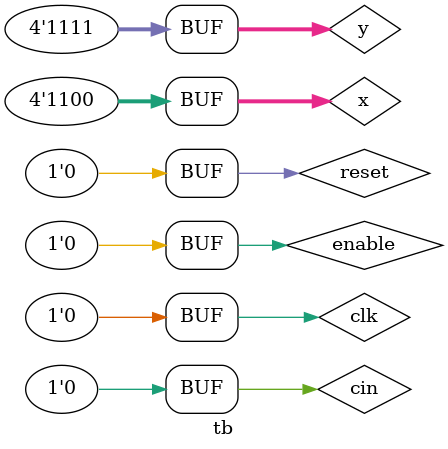
<source format=v>
`timescale 1ns / 1ps
module tb;

	// Inputs
	reg clk;
	reg reset;
	reg enable;
	reg cin;
	reg [3:0] x;
	reg [3:0] y;

	// Outputs
	wire cout;
	wire [3:0] r;

	// Instantiate the Unit Under Test (UUT)
	carrylookahead_st uut (
		.clk(clk), 
		.reset(reset), 
		.enable(enable), 
		.cin(cin), 
		.x(x), 
		.y(y), 
		.cout(cout), 
		.r(r)
	);

	initial begin
		// Initialize Inputs
		clk = 0;
		reset = 0;
		enable = 0;
		cin = 0;
		x = 1100;
		y = 0111;

		// Wait 100 ns for global reset to finish
		#100;
        
		// Add stimulus here

	end
      
endmodule


</source>
